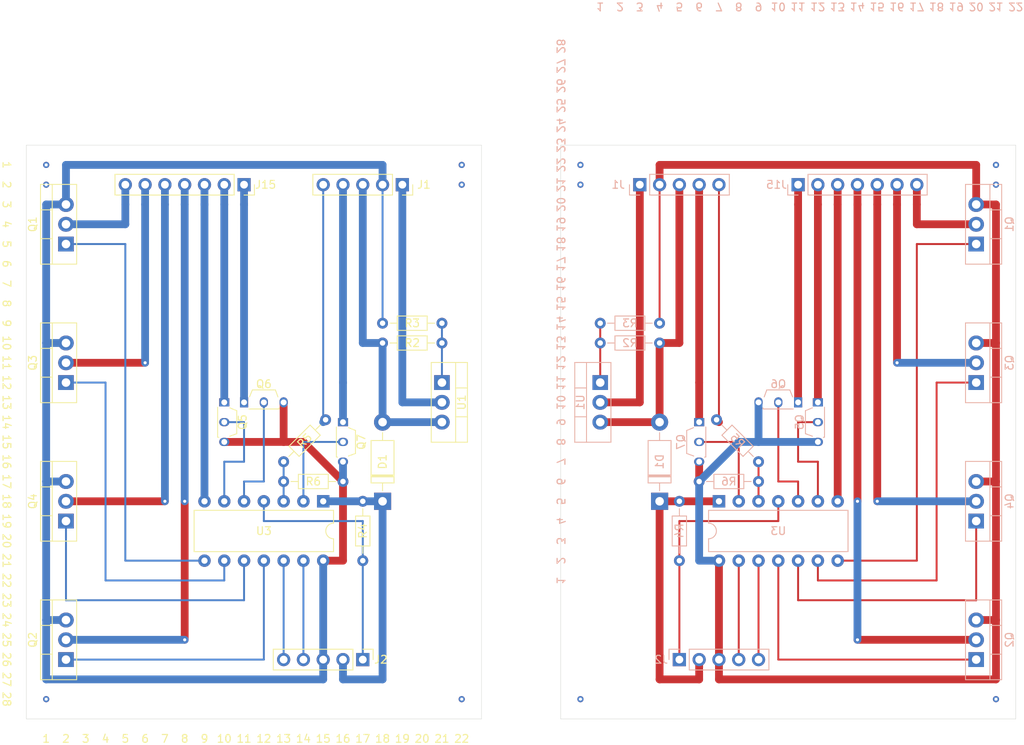
<source format=kicad_pcb>
(kicad_pcb (version 20240108) (generator "pcbnew") (generator_version "8.0")
  (layers (0 "F.Cu" signal) (31 "B.Cu" signal) (34 "B.Paste" user) (35 "F.Paste" user) (36 "B.SilkS" user "B.Silkscreen") (37 "F.SilkS" user "F.Silkscreen") (38 "B.Mask" user) (39 "F.Mask" user) (44 "Edge.Cuts" user))
  (net 0 "")
  (net 1 "/12V")
  (net 2 "/Flashers")
  (net 3 "/Control_A")
  (net 4 "/Control_C")
  (net 5 "/Control_B")
  (net 6 "/Control_D")
  (net 7 "/Common")
  (net 8 "/Sound")
  (net 9 "/Side_D")
  (net 10 "/Side_C")
  (net 11 "/Side_B")
  (net 12 "/Side_A")
  (net 13 "Net-(R2-Pad2)")
  (net 14 "/6.3V")
  (net 15 "/MCLR")
  (net 16 "/ICSPDAT")
  (net 17 "/ICSPCLK")
  (net 18 "/Vdd")
  (net 19 "/Aux_1")
  (net 20 "/Volume")
  (net 21 "/Eyes")
  (net 22 "/Control_F")
  (net 23 "/Control_E")
  (net 24 "/Control_G")
  (net 25 "/Control_V")
  (footprint "Connector_PinHeader_2.54mm:PinHeader_1x05_P2.54mm_Vertical" (layer "F.Cu") (at 60.96 83.82 -90)
    (property "Reference" "J2" (at 0 -2.33 180) (layer "F.SilkS"))
    (property "Value" "Program")
    (pad "1" thru_hole rect (at 0 0 270) (size 1.7 1.7) (drill 1) (layers "*.Cu" "*.Mask") (net 15 "/MCLR"))
    (pad "2" thru_hole oval (at 0 2.54 270) (size 1.7 1.7) (drill 1) (layers "*.Cu" "*.Mask") (net 18 "/Vdd"))
    (pad "3" thru_hole oval (at 0 5.08 270) (size 1.7 1.7) (drill 1) (layers "*.Cu" "*.Mask") (net 7 "/Common"))
    (pad "4" thru_hole oval (at 0 7.62 270) (size 1.7 1.7) (drill 1) (layers "*.Cu" "*.Mask") (net 16 "/ICSPDAT"))
    (pad "5" thru_hole oval (at 0 10.16 270) (size 1.7 1.7) (drill 1) (layers "*.Cu" "*.Mask") (net 17 "/ICSPCLK"))
  )
  (footprint "Package_TO_SOT_THT:TO-220-3_Vertical" (layer "F.Cu") (at 22.86 30.48 90)
    (property "Reference" "Q1" (at 2.54 -4.27 90) (layer "F.SilkS"))
    (property "Value" "FQP30N06L")
    (pad "1" thru_hole rect (at 0 0 90) (size 1.905 2) (drill 1.1) (layers "*.Cu" "*.Mask") (net 3 "/Control_A"))
    (pad "2" thru_hole oval (at 2.54 0 90) (size 1.905 2) (drill 1.1) (layers "*.Cu" "*.Mask") (net 12 "/Side_A"))
    (pad "3" thru_hole oval (at 5.08 0 90) (size 1.905 2) (drill 1.1) (layers "*.Cu" "*.Mask") (net 7 "/Common"))
  )
  (footprint "Package_TO_SOT_THT:TO-220-3_Vertical" (layer "F.Cu") (at 22.86 83.82 90)
    (property "Reference" "Q2" (at 2.54 -4.27 90) (layer "F.SilkS"))
    (property "Value" "FQP30N06L")
    (pad "1" thru_hole rect (at 0 0 90) (size 1.905 2) (drill 1.1) (layers "*.Cu" "*.Mask") (net 5 "/Control_B"))
    (pad "2" thru_hole oval (at 2.54 0 90) (size 1.905 2) (drill 1.1) (layers "*.Cu" "*.Mask") (net 11 "/Side_B"))
    (pad "3" thru_hole oval (at 5.08 0 90) (size 1.905 2) (drill 1.1) (layers "*.Cu" "*.Mask") (net 7 "/Common"))
  )
  (footprint "Package_TO_SOT_THT:TO-220-3_Vertical" (layer "F.Cu") (at 22.86 48.26 90)
    (property "Reference" "Q3" (at 2.54 -4.27 90) (layer "F.SilkS"))
    (property "Value" "FQP30N06L")
    (pad "1" thru_hole rect (at 0 0 90) (size 1.905 2) (drill 1.1) (layers "*.Cu" "*.Mask") (net 4 "/Control_C"))
    (pad "2" thru_hole oval (at 2.54 0 90) (size 1.905 2) (drill 1.1) (layers "*.Cu" "*.Mask") (net 10 "/Side_C"))
    (pad "3" thru_hole oval (at 5.08 0 90) (size 1.905 2) (drill 1.1) (layers "*.Cu" "*.Mask") (net 7 "/Common"))
  )
  (footprint "Package_TO_SOT_THT:TO-220-3_Vertical" (layer "F.Cu") (at 22.86 66.04 90)
    (property "Reference" "Q4" (at 2.54 -4.27 90) (layer "F.SilkS"))
    (property "Value" "FQP30N06L")
    (pad "1" thru_hole rect (at 0 0 90) (size 1.905 2) (drill 1.1) (layers "*.Cu" "*.Mask") (net 6 "/Control_D"))
    (pad "2" thru_hole oval (at 2.54 0 90) (size 1.905 2) (drill 1.1) (layers "*.Cu" "*.Mask") (net 9 "/Side_D"))
    (pad "3" thru_hole oval (at 5.08 0 90) (size 1.905 2) (drill 1.1) (layers "*.Cu" "*.Mask") (net 7 "/Common"))
  )
  (footprint "Package_TO_SOT_THT:TO-92S_Wide" (layer "F.Cu") (at 43.18 50.8 -90)
    (property "Reference" "Q5" (at 2.54 -2.35 90) (layer "F.SilkS"))
    (property "Value" "ZVN2110A")
    (pad "1" thru_hole rect (at 0 0 270) (size 1.05 1.3) (drill 0.75) (layers "*.Cu" "*.Mask") (net 2 "/Flashers"))
    (pad "2" thru_hole oval (at 2.54 0 270) (size 1.05 1.3) (drill 0.75) (layers "*.Cu" "*.Mask") (net 22 "/Control_F"))
    (pad "3" thru_hole oval (at 5.08 0 270) (size 1.05 1.3) (drill 0.75) (layers "*.Cu" "*.Mask") (net 7 "/Common"))
  )
  (footprint "Package_TO_SOT_THT:TO-92S_Wide" (layer "F.Cu") (at 45.72 50.8)
    (property "Reference" "Q6" (at 2.54 -2.35 0) (layer "F.SilkS"))
    (property "Value" "ZVN2110A")
    (pad "1" thru_hole rect (at 0 0) (size 1.05 1.3) (drill 0.75) (layers "*.Cu" "*.Mask") (net 19 "/Aux_1"))
    (pad "2" thru_hole oval (at 2.54 0) (size 1.05 1.3) (drill 0.75) (layers "*.Cu" "*.Mask") (net 24 "/Control_G"))
    (pad "3" thru_hole oval (at 5.08 0) (size 1.05 1.3) (drill 0.75) (layers "*.Cu" "*.Mask") (net 7 "/Common"))
  )
  (footprint "Package_TO_SOT_THT:TO-92S_Wide" (layer "F.Cu") (at 58.42 53.34 -90)
    (property "Reference" "Q7" (at 2.54 -2.35 90) (layer "F.SilkS"))
    (property "Value" "ZVN2110A")
    (pad "1" thru_hole rect (at 0 0 270) (size 1.05 1.3) (drill 0.75) (layers "*.Cu" "*.Mask") (net 21 "/Eyes"))
    (pad "2" thru_hole oval (at 2.54 0 270) (size 1.05 1.3) (drill 0.75) (layers "*.Cu" "*.Mask") (net 23 "/Control_E"))
    (pad "3" thru_hole oval (at 5.08 0 270) (size 1.05 1.3) (drill 0.75) (layers "*.Cu" "*.Mask") (net 7 "/Common"))
  )
  (footprint "Resistor_THT:R_Axial_DIN0204_L3.6mm_D1.6mm_P7.62mm_Horizontal" (layer "F.Cu") (at 60.96 63.5 -90)
    (property "Reference" "R4" (at 3.81 0 90) (layer "F.SilkS"))
    (property "Value" "10k")
    (pad "1" thru_hole circle (at 0 0 270) (size 1.4 1.4) (drill 0.7) (layers "*.Cu" "*.Mask") (net 18 "/Vdd"))
    (pad "2" thru_hole oval (at 7.62 0 270) (size 1.4 1.4) (drill 0.7) (layers "*.Cu" "*.Mask") (net 15 "/MCLR"))
  )
  (footprint "Package_DIP:DIP-14_W7.62mm" (layer "F.Cu") (at 55.88 63.5 -90)
    (property "Reference" "U3" (at 3.81 7.62 180) (layer "F.SilkS"))
    (property "Value" "PIC16F1705")
    (pad "1" thru_hole rect (at 0 0 270) (size 1.6 1.6) (drill 0.8) (layers "*.Cu" "*.Mask") (net 18 "/Vdd"))
    (pad "2" thru_hole oval (at 0 2.54 270) (size 1.6 1.6) (drill 0.8) (layers "*.Cu" "*.Mask") (net 23 "/Control_E"))
    (pad "3" thru_hole oval (at 0 5.08 270) (size 1.6 1.6) (drill 0.8) (layers "*.Cu" "*.Mask") (net 25 "/Control_V"))
    (pad "4" thru_hole oval (at 0 7.62 270) (size 1.6 1.6) (drill 0.8) (layers "*.Cu" "*.Mask") (net 15 "/MCLR"))
    (pad "5" thru_hole oval (at 0 10.16 270) (size 1.6 1.6) (drill 0.8) (layers "*.Cu" "*.Mask") (net 24 "/Control_G"))
    (pad "6" thru_hole oval (at 0 12.7 270) (size 1.6 1.6) (drill 0.8) (layers "*.Cu" "*.Mask") (net 22 "/Control_F"))
    (pad "7" thru_hole oval (at 0 15.24 270) (size 1.6 1.6) (drill 0.8) (layers "*.Cu" "*.Mask") (net 8 "/Sound"))
    (pad "8" thru_hole oval (at 7.62 15.24 270) (size 1.6 1.6) (drill 0.8) (layers "*.Cu" "*.Mask") (net 3 "/Control_A"))
    (pad "9" thru_hole oval (at 7.62 12.7 270) (size 1.6 1.6) (drill 0.8) (layers "*.Cu" "*.Mask") (net 4 "/Control_C"))
    (pad "10" thru_hole oval (at 7.62 10.16 270) (size 1.6 1.6) (drill 0.8) (layers "*.Cu" "*.Mask") (net 6 "/Control_D"))
    (pad "11" thru_hole oval (at 7.62 7.62 270) (size 1.6 1.6) (drill 0.8) (layers "*.Cu" "*.Mask") (net 5 "/Control_B"))
    (pad "12" thru_hole oval (at 7.62 5.08 270) (size 1.6 1.6) (drill 0.8) (layers "*.Cu" "*.Mask") (net 17 "/ICSPCLK"))
    (pad "13" thru_hole oval (at 7.62 2.54 270) (size 1.6 1.6) (drill 0.8) (layers "*.Cu" "*.Mask") (net 16 "/ICSPDAT"))
    (pad "14" thru_hole oval (at 7.62 0 270) (size 1.6 1.6) (drill 0.8) (layers "*.Cu" "*.Mask") (net 7 "/Common"))
  )
  (footprint "Diode_THT:D_DO-41_SOD81_P10.16mm_Horizontal" (layer "F.Cu") (at 63.5 63.5 90)
    (property "Reference" "D1" (at 5.08 0 90) (layer "F.SilkS"))
    (property "Value" "1N4007")
    (pad "1" thru_hole rect (at 0 0 90) (size 2.2 2.2) (drill 1.1) (layers "*.Cu" "*.Mask") (net 18 "/Vdd"))
    (pad "2" thru_hole oval (at 10.16 0 90) (size 2.2 2.2) (drill 1.1) (layers "*.Cu" "*.Mask") (net 14 "/6.3V"))
  )
  (footprint "Resistor_THT:R_Axial_DIN0204_L3.6mm_D1.6mm_P7.62mm_Horizontal" (layer "F.Cu") (at 71.12 40.64 180)
    (property "Reference" "R3" (at 3.81 0 0) (layer "F.SilkS"))
    (property "Value" "3.9k")
    (pad "1" thru_hole circle (at 0 0 180) (size 1.4 1.4) (drill 0.7) (layers "*.Cu" "*.Mask") (net 13 "Net-(R2-Pad2)"))
    (pad "2" thru_hole oval (at 7.62 0 180) (size 1.4 1.4) (drill 0.7) (layers "*.Cu" "*.Mask") (net 7 "/Common"))
  )
  (footprint "Package_TO_SOT_THT:TO-220-3_Vertical" (layer "F.Cu") (at 71.12 48.26 -90)
    (property "Reference" "U1" (at 2.54 -2.54 90) (layer "F.SilkS"))
    (property "Value" "LM338T/NOPB")
    (pad "1" thru_hole rect (at 0 0 270) (size 1.905 2) (drill 1.1) (layers "*.Cu" "*.Mask") (net 13 "Net-(R2-Pad2)"))
    (pad "2" thru_hole oval (at 2.54 0 270) (size 1.905 2) (drill 1.1) (layers "*.Cu" "*.Mask") (net 1 "/12V"))
    (pad "3" thru_hole oval (at 5.08 0 270) (size 1.905 2) (drill 1.1) (layers "*.Cu" "*.Mask") (net 14 "/6.3V"))
  )
  (footprint "Resistor_THT:R_Axial_DIN0204_L3.6mm_D1.6mm_P7.62mm_Horizontal" (layer "F.Cu") (at 58.42 60.96 180)
    (property "Reference" "R6" (at 3.81 0 0) (layer "F.SilkS"))
    (property "Value" "10k")
    (pad "1" thru_hole circle (at 0 0 180) (size 1.4 1.4) (drill 0.7) (layers "*.Cu" "*.Mask") (net 7 "/Common"))
    (pad "2" thru_hole oval (at 7.62 0 180) (size 1.4 1.4) (drill 0.7) (layers "*.Cu" "*.Mask") (net 25 "/Control_V"))
  )
  (footprint "Resistor_THT:R_Axial_DIN0204_L3.6mm_D1.6mm_P7.62mm_Horizontal" (layer "F.Cu") (at 63.5 43.18)
    (property "Reference" "R2" (at 3.81 0 0) (layer "F.SilkS"))
    (property "Value" "1k")
    (pad "1" thru_hole circle (at 0 0) (size 1.4 1.4) (drill 0.7) (layers "*.Cu" "*.Mask") (net 14 "/6.3V"))
    (pad "2" thru_hole oval (at 7.62 0) (size 1.4 1.4) (drill 0.7) (layers "*.Cu" "*.Mask") (net 13 "Net-(R2-Pad2)"))
  )
  (footprint "Resistor_THT:R_Axial_DIN0204_L3.6mm_D1.6mm_P7.62mm_Horizontal" (layer "F.Cu") (at 50.8 58.42 45)
    (property "Reference" "R5" (at 3.81 0 45) (layer "F.SilkS"))
    (property "Value" "2k")
    (pad "1" thru_hole circle (at 0 0 45) (size 1.4 1.4) (drill 0.7) (layers "*.Cu" "*.Mask") (net 25 "/Control_V"))
    (pad "2" thru_hole oval (at 7.62 0 45) (size 1.4 1.4) (drill 0.7) (layers "*.Cu" "*.Mask") (net 20 "/Volume"))
  )
  (footprint "Connector_PinSocket_2.54mm:PinSocket_1x05_P2.54mm_Vertical" (layer "F.Cu") (at 66.04 22.86 -90)
    (property "Reference" "J1" (at 0 -2.77 180) (layer "F.SilkS"))
    (property "Value" "Control Board")
    (pad "1" thru_hole rect (at 0 0 270) (size 1.7 1.7) (drill 1) (layers "*.Cu" "*.Mask") (net 1 "/12V"))
    (pad "2" thru_hole oval (at 0 2.54 270) (size 1.7 1.7) (drill 1) (layers "*.Cu" "*.Mask") (net 7 "/Common"))
    (pad "3" thru_hole oval (at 0 5.08 270) (size 1.7 1.7) (drill 1) (layers "*.Cu" "*.Mask") (net 14 "/6.3V"))
    (pad "4" thru_hole oval (at 0 7.62 270) (size 1.7 1.7) (drill 1) (layers "*.Cu" "*.Mask") (net 21 "/Eyes"))
    (pad "5" thru_hole oval (at 0 10.16 270) (size 1.7 1.7) (drill 1) (layers "*.Cu" "*.Mask") (net 20 "/Volume"))
  )
  (footprint "Connector_PinSocket_2.54mm:PinSocket_1x07_P2.54mm_Vertical" (layer "F.Cu") (at 45.72 22.86 -90)
    (property "Reference" "J15" (at 0 -2.77 180) (layer "F.SilkS"))
    (property "Value" "Control Board")
    (pad "1" thru_hole rect (at 0 0 270) (size 1.7 1.7) (drill 1) (layers "*.Cu" "*.Mask") (net 19 "/Aux_1"))
    (pad "2" thru_hole oval (at 0 2.54 270) (size 1.7 1.7) (drill 1) (layers "*.Cu" "*.Mask") (net 2 "/Flashers"))
    (pad "3" thru_hole oval (at 0 5.08 270) (size 1.7 1.7) (drill 1) (layers "*.Cu" "*.Mask") (net 8 "/Sound"))
    (pad "4" thru_hole oval (at 0 7.62 270) (size 1.7 1.7) (drill 1) (layers "*.Cu" "*.Mask") (net 11 "/Side_B"))
    (pad "5" thru_hole oval (at 0 10.16 270) (size 1.7 1.7) (drill 1) (layers "*.Cu" "*.Mask") (net 9 "/Side_D"))
    (pad "6" thru_hole oval (at 0 12.7 270) (size 1.7 1.7) (drill 1) (layers "*.Cu" "*.Mask") (net 10 "/Side_C"))
    (pad "7" thru_hole oval (at 0 15.24 270) (size 1.7 1.7) (drill 1) (layers "*.Cu" "*.Mask") (net 12 "/Side_A"))
  )
  (footprint "Package_TO_SOT_THT:TO-220-3_Vertical" (layer "B.Cu") (at 139.7 30.48 90)
    (property "Reference" "Q1" (at 2.54 4.27 -90) (layer "B.SilkS") (effects (justify mirror)))
    (property "Value" "FQP30N06L")
    (pad "1" thru_hole rect (at 0 0 90) (size 1.905 2) (drill 1.1) (layers "*.Cu" "*.Mask"))
    (pad "2" thru_hole oval (at 2.54 0 90) (size 1.905 2) (drill 1.1) (layers "*.Cu" "*.Mask"))
    (pad "3" thru_hole oval (at 5.08 0 90) (size 1.905 2) (drill 1.1) (layers "*.Cu" "*.Mask"))
  )
  (footprint "Diode_THT:D_DO-41_SOD81_P10.16mm_Horizontal" (layer "B.Cu") (at 99.06 63.5 90)
    (property "Reference" "D1" (at 5.08 0 -90) (layer "B.SilkS") (effects (justify mirror)))
    (property "Value" "1N4007")
    (pad "1" thru_hole rect (at 0 0 90) (size 2.2 2.2) (drill 1.1) (layers "*.Cu" "*.Mask"))
    (pad "2" thru_hole oval (at 10.16 0 90) (size 2.2 2.2) (drill 1.1) (layers "*.Cu" "*.Mask"))
  )
  (footprint "Package_TO_SOT_THT:TO-220-3_Vertical" (layer "B.Cu") (at 139.7 83.82 90)
    (property "Reference" "Q2" (at 2.54 4.27 -90) (layer "B.SilkS") (effects (justify mirror)))
    (property "Value" "FQP30N06L")
    (pad "1" thru_hole rect (at 0 0 90) (size 1.905 2) (drill 1.1) (layers "*.Cu" "*.Mask"))
    (pad "2" thru_hole oval (at 2.54 0 90) (size 1.905 2) (drill 1.1) (layers "*.Cu" "*.Mask"))
    (pad "3" thru_hole oval (at 5.08 0 90) (size 1.905 2) (drill 1.1) (layers "*.Cu" "*.Mask"))
  )
  (footprint "Connector_PinHeader_2.54mm:PinHeader_1x05_P2.54mm_Vertical" (layer "B.Cu") (at 101.6 83.82 -90)
    (property "Reference" "J2" (at 0 2.33 180) (layer "B.SilkS") (effects (justify mirror)))
    (property "Value" "Program")
    (pad "1" thru_hole rect (at 0 0 270) (size 1.7 1.7) (drill 1) (layers "*.Cu" "*.Mask"))
    (pad "2" thru_hole oval (at 0 -2.54 270) (size 1.7 1.7) (drill 1) (layers "*.Cu" "*.Mask"))
    (pad "3" thru_hole oval (at 0 -5.08 270) (size 1.7 1.7) (drill 1) (layers "*.Cu" "*.Mask"))
    (pad "4" thru_hole oval (at 0 -7.62 270) (size 1.7 1.7) (drill 1) (layers "*.Cu" "*.Mask"))
    (pad "5" thru_hole oval (at 0 -10.16 270) (size 1.7 1.7) (drill 1) (layers "*.Cu" "*.Mask"))
  )
  (footprint "Resistor_THT:R_Axial_DIN0204_L3.6mm_D1.6mm_P7.62mm_Horizontal" (layer "B.Cu") (at 91.44 40.64)
    (property "Reference" "R3" (at 3.81 0 0) (layer "B.SilkS") (effects (justify mirror)))
    (property "Value" "3.9k")
    (pad "1" thru_hole circle (at 0 0) (size 1.4 1.4) (drill 0.7) (layers "*.Cu" "*.Mask"))
    (pad "2" thru_hole oval (at 7.62 0) (size 1.4 1.4) (drill 0.7) (layers "*.Cu" "*.Mask"))
  )
  (footprint "Resistor_THT:R_Axial_DIN0204_L3.6mm_D1.6mm_P7.62mm_Horizontal" (layer "B.Cu") (at 104.14 60.96)
    (property "Reference" "R6" (at 3.81 0 0) (layer "B.SilkS") (effects (justify mirror)))
    (property "Value" "10k")
    (pad "1" thru_hole circle (at 0 0) (size 1.4 1.4) (drill 0.7) (layers "*.Cu" "*.Mask"))
    (pad "2" thru_hole oval (at 7.62 0) (size 1.4 1.4) (drill 0.7) (layers "*.Cu" "*.Mask"))
  )
  (footprint "Package_TO_SOT_THT:TO-220-3_Vertical" (layer "B.Cu") (at 139.7 66.04 90)
    (property "Reference" "Q4" (at 2.54 4.27 -90) (layer "B.SilkS") (effects (justify mirror)))
    (property "Value" "FQP30N06L")
    (pad "1" thru_hole rect (at 0 0 90) (size 1.905 2) (drill 1.1) (layers "*.Cu" "*.Mask"))
    (pad "2" thru_hole oval (at 2.54 0 90) (size 1.905 2) (drill 1.1) (layers "*.Cu" "*.Mask"))
    (pad "3" thru_hole oval (at 5.08 0 90) (size 1.905 2) (drill 1.1) (layers "*.Cu" "*.Mask"))
  )
  (footprint "Package_TO_SOT_THT:TO-220-3_Vertical" (layer "B.Cu") (at 139.7 48.26 90)
    (property "Reference" "Q3" (at 2.54 4.27 -90) (layer "B.SilkS") (effects (justify mirror)))
    (property "Value" "FQP30N06L")
    (pad "1" thru_hole rect (at 0 0 90) (size 1.905 2) (drill 1.1) (layers "*.Cu" "*.Mask"))
    (pad "2" thru_hole oval (at 2.54 0 90) (size 1.905 2) (drill 1.1) (layers "*.Cu" "*.Mask"))
    (pad "3" thru_hole oval (at 5.08 0 90) (size 1.905 2) (drill 1.1) (layers "*.Cu" "*.Mask"))
  )
  (footprint "Connector_PinSocket_2.54mm:PinSocket_1x07_P2.54mm_Vertical" (layer "B.Cu") (at 116.84 22.86 -90)
    (property "Reference" "J15" (at 0 2.77 180) (layer "B.SilkS") (effects (justify mirror)))
    (property "Value" "Control Board")
    (pad "1" thru_hole rect (at 0 0 270) (size 1.7 1.7) (drill 1) (layers "*.Cu" "*.Mask"))
    (pad "2" thru_hole oval (at 0 -2.54 270) (size 1.7 1.7) (drill 1) (layers "*.Cu" "*.Mask"))
    (pad "3" thru_hole oval (at 0 -5.08 270) (size 1.7 1.7) (drill 1) (layers "*.Cu" "*.Mask"))
    (pad "4" thru_hole oval (at 0 -7.62 270) (size 1.7 1.7) (drill 1) (layers "*.Cu" "*.Mask"))
    (pad "5" thru_hole oval (at 0 -10.16 270) (size 1.7 1.7) (drill 1) (layers "*.Cu" "*.Mask"))
    (pad "6" thru_hole oval (at 0 -12.7 270) (size 1.7 1.7) (drill 1) (layers "*.Cu" "*.Mask"))
    (pad "7" thru_hole oval (at 0 -15.24 270) (size 1.7 1.7) (drill 1) (layers "*.Cu" "*.Mask"))
  )
  (footprint "Connector_PinSocket_2.54mm:PinSocket_1x05_P2.54mm_Vertical" (layer "B.Cu") (at 96.52 22.86 -90)
    (property "Reference" "J1" (at 0 2.77 180) (layer "B.SilkS") (effects (justify mirror)))
    (property "Value" "Control Board")
    (pad "1" thru_hole rect (at 0 0 270) (size 1.7 1.7) (drill 1) (layers "*.Cu" "*.Mask"))
    (pad "2" thru_hole oval (at 0 -2.54 270) (size 1.7 1.7) (drill 1) (layers "*.Cu" "*.Mask"))
    (pad "3" thru_hole oval (at 0 -5.08 270) (size 1.7 1.7) (drill 1) (layers "*.Cu" "*.Mask"))
    (pad "4" thru_hole oval (at 0 -7.62 270) (size 1.7 1.7) (drill 1) (layers "*.Cu" "*.Mask"))
    (pad "5" thru_hole oval (at 0 -10.16 270) (size 1.7 1.7) (drill 1) (layers "*.Cu" "*.Mask"))
  )
  (footprint "Package_TO_SOT_THT:TO-220-3_Vertical" (layer "B.Cu") (at 91.44 48.26 -90)
    (property "Reference" "U1" (at 2.54 2.54 -90) (layer "B.SilkS") (effects (justify mirror)))
    (property "Value" "LM338T/NOPB")
    (pad "1" thru_hole rect (at 0 0 270) (size 1.905 2) (drill 1.1) (layers "*.Cu" "*.Mask"))
    (pad "2" thru_hole oval (at 2.54 0 270) (size 1.905 2) (drill 1.1) (layers "*.Cu" "*.Mask"))
    (pad "3" thru_hole oval (at 5.08 0 270) (size 1.905 2) (drill 1.1) (layers "*.Cu" "*.Mask"))
  )
  (footprint "Resistor_THT:R_Axial_DIN0204_L3.6mm_D1.6mm_P7.62mm_Horizontal" (layer "B.Cu") (at 101.6 63.5 -90)
    (property "Reference" "R4" (at 3.81 0 -90) (layer "B.SilkS") (effects (justify mirror)))
    (property "Value" "10k")
    (pad "1" thru_hole circle (at 0 0 270) (size 1.4 1.4) (drill 0.7) (layers "*.Cu" "*.Mask"))
    (pad "2" thru_hole oval (at 7.62 0 270) (size 1.4 1.4) (drill 0.7) (layers "*.Cu" "*.Mask"))
  )
  (footprint "Resistor_THT:R_Axial_DIN0204_L3.6mm_D1.6mm_P7.62mm_Horizontal" (layer "B.Cu") (at 111.76 58.42 135)
    (property "Reference" "R5" (at 3.81 0 -45) (layer "B.SilkS") (effects (justify mirror)))
    (property "Value" "2k")
    (pad "1" thru_hole circle (at 0 0 135) (size 1.4 1.4) (drill 0.7) (layers "*.Cu" "*.Mask"))
    (pad "2" thru_hole oval (at 7.62 0 135) (size 1.4 1.4) (drill 0.7) (layers "*.Cu" "*.Mask"))
  )
  (footprint "Package_DIP:DIP-14_W7.62mm" (layer "B.Cu") (at 106.68 63.5 -90)
    (property "Reference" "U3" (at 3.81 -7.62 180) (layer "B.SilkS") (effects (justify mirror)))
    (property "Value" "PIC16F1705")
    (pad "1" thru_hole rect (at 0 0 270) (size 1.6 1.6) (drill 0.8) (layers "*.Cu" "*.Mask"))
    (pad "2" thru_hole oval (at 0 -2.54 270) (size 1.6 1.6) (drill 0.8) (layers "*.Cu" "*.Mask"))
    (pad "3" thru_hole oval (at 0 -5.08 270) (size 1.6 1.6) (drill 0.8) (layers "*.Cu" "*.Mask"))
    (pad "4" thru_hole oval (at 0 -7.62 270) (size 1.6 1.6) (drill 0.8) (layers "*.Cu" "*.Mask"))
    (pad "5" thru_hole oval (at 0 -10.16 270) (size 1.6 1.6) (drill 0.8) (layers "*.Cu" "*.Mask"))
    (pad "6" thru_hole oval (at 0 -12.7 270) (size 1.6 1.6) (drill 0.8) (layers "*.Cu" "*.Mask"))
    (pad "7" thru_hole oval (at 0 -15.24 270) (size 1.6 1.6) (drill 0.8) (layers "*.Cu" "*.Mask"))
    (pad "8" thru_hole oval (at 7.62 -15.24 270) (size 1.6 1.6) (drill 0.8) (layers "*.Cu" "*.Mask"))
    (pad "9" thru_hole oval (at 7.62 -12.7 270) (size 1.6 1.6) (drill 0.8) (layers "*.Cu" "*.Mask"))
    (pad "10" thru_hole oval (at 7.62 -10.16 270) (size 1.6 1.6) (drill 0.8) (layers "*.Cu" "*.Mask"))
    (pad "11" thru_hole oval (at 7.62 -7.62 270) (size 1.6 1.6) (drill 0.8) (layers "*.Cu" "*.Mask"))
    (pad "12" thru_hole oval (at 7.62 -5.08 270) (size 1.6 1.6) (drill 0.8) (layers "*.Cu" "*.Mask"))
    (pad "13" thru_hole oval (at 7.62 -2.54 270) (size 1.6 1.6) (drill 0.8) (layers "*.Cu" "*.Mask"))
    (pad "14" thru_hole oval (at 7.62 0 270) (size 1.6 1.6) (drill 0.8) (layers "*.Cu" "*.Mask"))
  )
  (footprint "Resistor_THT:R_Axial_DIN0204_L3.6mm_D1.6mm_P7.62mm_Horizontal" (layer "B.Cu") (at 99.06 43.18 180)
    (property "Reference" "R2" (at 3.81 0 0) (layer "B.SilkS") (effects (justify mirror)))
    (property "Value" "1k")
    (pad "1" thru_hole circle (at 0 0 180) (size 1.4 1.4) (drill 0.7) (layers "*.Cu" "*.Mask"))
    (pad "2" thru_hole oval (at 7.62 0 180) (size 1.4 1.4) (drill 0.7) (layers "*.Cu" "*.Mask"))
  )
  (footprint "Package_TO_SOT_THT:TO-92S_Wide" (layer "B.Cu") (at 104.14 53.34 -90)
    (property "Reference" "Q7" (at 2.54 2.35 -90) (layer "B.SilkS") (effects (justify mirror)))
    (property "Value" "ZVN2110A")
    (pad "1" thru_hole rect (at 0 0 270) (size 1.05 1.3) (drill 0.75) (layers "*.Cu" "*.Mask"))
    (pad "2" thru_hole oval (at 2.54 0 270) (size 1.05 1.3) (drill 0.75) (layers "*.Cu" "*.Mask"))
    (pad "3" thru_hole oval (at 5.08 0 270) (size 1.05 1.3) (drill 0.75) (layers "*.Cu" "*.Mask"))
  )
  (footprint "Package_TO_SOT_THT:TO-92S_Wide" (layer "B.Cu") (at 116.84 50.8 180)
    (property "Reference" "Q6" (at 2.54 2.35 0) (layer "B.SilkS") (effects (justify mirror)))
    (property "Value" "ZVN2110A")
    (pad "1" thru_hole rect (at 0 0 180) (size 1.05 1.3) (drill 0.75) (layers "*.Cu" "*.Mask"))
    (pad "2" thru_hole oval (at 2.54 0 180) (size 1.05 1.3) (drill 0.75) (layers "*.Cu" "*.Mask"))
    (pad "3" thru_hole oval (at 5.08 0 180) (size 1.05 1.3) (drill 0.75) (layers "*.Cu" "*.Mask"))
  )
  (footprint "Package_TO_SOT_THT:TO-92S_Wide" (layer "B.Cu") (at 119.38 50.8 -90)
    (property "Reference" "Q5" (at 2.54 2.35 -90) (layer "B.SilkS") (effects (justify mirror)))
    (property "Value" "ZVN2110A")
    (pad "1" thru_hole rect (at 0 0 270) (size 1.05 1.3) (drill 0.75) (layers "*.Cu" "*.Mask"))
    (pad "2" thru_hole oval (at 2.54 0 270) (size 1.05 1.3) (drill 0.75) (layers "*.Cu" "*.Mask"))
    (pad "3" thru_hole oval (at 5.08 0 270) (size 1.05 1.3) (drill 0.75) (layers "*.Cu" "*.Mask"))
  )
  (gr_line (start 17.78 91.44) (end 17.78 17.78) (stroke (width 0.05)) (layer "Edge.Cuts"))
  (gr_line (start 86.36 17.78) (end 86.36 91.44) (stroke (width 0.05)) (layer "Edge.Cuts"))
  (gr_line (start 144.78 17.78) (end 86.36 17.78) (stroke (width 0.05)) (layer "Edge.Cuts"))
  (gr_line (start 86.36 91.44) (end 144.78 91.44) (stroke (width 0.05)) (layer "Edge.Cuts"))
  (gr_line (start 144.78 91.44) (end 144.78 17.78) (stroke (width 0.05)) (layer "Edge.Cuts"))
  (gr_line (start 76.2 91.44) (end 17.78 91.44) (stroke (width 0.05)) (layer "Edge.Cuts"))
  (gr_line (start 17.78 17.78) (end 76.2 17.78) (stroke (width 0.05)) (layer "Edge.Cuts"))
  (gr_line (start 76.2 17.78) (end 76.2 91.44) (stroke (width 0.05)) (layer "Edge.Cuts"))
  (gr_text "2" (at 93.98 0 180) (layer "B.SilkS") (effects (font (size 1 1)) (justify mirror)))
  (gr_text "28" (at 86.36 5.08 270) (layer "B.SilkS") (effects (font (size 1 1)) (justify mirror)))
  (gr_text "6" (at 86.36 60.96 270) (layer "B.SilkS") (effects (font (size 1 1)) (justify mirror)))
  (gr_text "11" (at 86.36 48.26 270) (layer "B.SilkS") (effects (font (size 1 1)) (justify mirror)))
  (gr_text "15" (at 86.36 38.1 270) (layer "B.SilkS") (effects (font (size 1 1)) (justify mirror)))
  (gr_text "10" (at 86.36 50.8 270) (layer "B.SilkS") (effects (font (size 1 1)) (justify mirror)))
  (gr_text "8" (at 86.36 55.88 270) (layer "B.SilkS") (effects (font (size 1 1)) (justify mirror)))
  (gr_text "25" (at 86.36 12.7 270) (layer "B.SilkS") (effects (font (size 1 1)) (justify mirror)))
  (gr_text "5" (at 86.36 63.5 270) (layer "B.SilkS") (effects (font (size 1 1)) (justify mirror)))
  (gr_text "3" (at 86.36 68.58 270) (layer "B.SilkS") (effects (font (size 1 1)) (justify mirror)))
  (gr_text "13" (at 121.92 0 180) (layer "B.SilkS") (effects (font (size 1 1)) (justify mirror)))
  (gr_text "17" (at 86.36 33.02 270) (layer "B.SilkS") (effects (font (size 1 1)) (justify mirror)))
  (gr_text "9" (at 86.36 53.34 270) (layer "B.SilkS") (effects (font (size 1 1)) (justify mirror)))
  (gr_text "5" (at 101.6 0 180) (layer "B.SilkS") (effects (font (size 1 1)) (justify mirror)))
  (gr_text "22" (at 86.36 20.32 270) (layer "B.SilkS") (effects (font (size 1 1)) (justify mirror)))
  (gr_text "10" (at 114.3 0 180) (layer "B.SilkS") (effects (font (size 1 1)) (justify mirror)))
  (gr_text "19" (at 86.36 27.94 270) (layer "B.SilkS") (effects (font (size 1 1)) (justify mirror)))
  (gr_text "4" (at 86.36 66.04 270) (layer "B.SilkS") (effects (font (size 1 1)) (justify mirror)))
  (gr_text "15" (at 127 0 180) (layer "B.SilkS") (effects (font (size 1 1)) (justify mirror)))
  (gr_text "14" (at 86.36 40.64 270) (layer "B.SilkS") (effects (font (size 1 1)) (justify mirror)))
  (gr_text "12" (at 86.36 45.72 270) (layer "B.SilkS") (effects (font (size 1 1)) (justify mirror)))
  (gr_text "1" (at 86.36 73.66 270) (layer "B.SilkS") (effects (font (size 1 1)) (justify mirror)))
  (gr_text "2" (at 86.36 71.12 270) (layer "B.SilkS") (effects (font (size 1 1)) (justify mirror)))
  (gr_text "9" (at 111.76 0 180) (layer "B.SilkS") (effects (font (size 1 1)) (justify mirror)))
  (gr_text "23" (at 86.36 17.78 270) (layer "B.SilkS") (effects (font (size 1 1)) (justify mirror)))
  (gr_text "16" (at 129.54 0 180) (layer "B.SilkS") (effects (font (size 1 1)) (justify mirror)))
  (gr_text "1" (at 91.44 0 180) (layer "B.SilkS") (effects (font (size 1 1)) (justify mirror)))
  (gr_text "14" (at 124.46 0 180) (layer "B.SilkS") (effects (font (size 1 1)) (justify mirror)))
  (gr_text "6" (at 104.14 0 180) (layer "B.SilkS") (effects (font (size 1 1)) (justify mirror)))
  (gr_text "7" (at 86.36 58.42 270) (layer "B.SilkS") (effects (font (size 1 1)) (justify mirror)))
  (gr_text "20" (at 86.36 25.4 270) (layer "B.SilkS") (effects (font (size 1 1)) (justify mirror)))
  (gr_text "18" (at 86.36 30.48 270) (layer "B.SilkS") (effects (font (size 1 1)) (justify mirror)))
  (gr_text "12" (at 119.38 0 180) (layer "B.SilkS") (effects (font (size 1 1)) (justify mirror)))
  (gr_text "13" (at 86.36 43.18 270) (layer "B.SilkS") (effects (font (size 1 1)) (justify mirror)))
  (gr_text "27" (at 86.36 7.62 270) (layer "B.SilkS") (effects (font (size 1 1)) (justify mirror)))
  (gr_text "7" (at 106.68 0 180) (layer "B.SilkS") (effects (font (size 1 1)) (justify mirror)))
  (gr_text "21" (at 142.24 0 180) (layer "B.SilkS") (effects (font (size 1 1)) (justify mirror)))
  (gr_text "11" (at 116.84 0 180) (layer "B.SilkS") (effects (font (size 1 1)) (justify mirror)))
  (gr_text "24" (at 86.36 15.24 270) (layer "B.SilkS") (effects (font (size 1 1)) (justify mirror)))
  (gr_text "17" (at 132.08 0 180) (layer "B.SilkS") (effects (font (size 1 1)) (justify mirror)))
  (gr_text "26" (at 86.36 10.16 270) (layer "B.SilkS") (effects (font (size 1 1)) (justify mirror)))
  (gr_text "3" (at 96.52 0 180) (layer "B.SilkS") (effects (font (size 1 1)) (justify mirror)))
  (gr_text "21" (at 86.36 22.86 270) (layer "B.SilkS") (effects (font (size 1 1)) (justify mirror)))
  (gr_text "16" (at 86.36 35.56 270) (layer "B.SilkS") (effects (font (size 1 1)) (justify mirror)))
  (gr_text "4" (at 99.06 0 180) (layer "B.SilkS") (effects (font (size 1 1)) (justify mirror)))
  (gr_text "8" (at 109.22 0 180) (layer "B.SilkS") (effects (font (size 1 1)) (justify mirror)))
  (gr_text "18" (at 134.62 0 180) (layer "B.SilkS") (effects (font (size 1 1)) (justify mirror)))
  (gr_text "22" (at 144.78 0 180) (layer "B.SilkS") (effects (font (size 1 1)) (justify mirror)))
  (gr_text "19" (at 137.16 0 180) (layer "B.SilkS") (effects (font (size 1 1)) (justify mirror)))
  (gr_text "20" (at 139.7 0 180) (layer "B.SilkS") (effects (font (size 1 1)) (justify mirror)))
  (gr_text "5" (at 15.24 30.48 270) (layer "F.SilkS") (effects (font (size 1 1))))
  (gr_text "15" (at 15.24 55.88 270) (layer "F.SilkS") (effects (font (size 1 1))))
  (gr_text "10" (at 15.24 43.18 270) (layer "F.SilkS") (effects (font (size 1 1))))
  (gr_text "9" (at 15.24 40.64 270) (layer "F.SilkS") (effects (font (size 1 1))))
  (gr_text "17" (at 15.24 60.96 270) (layer "F.SilkS") (effects (font (size 1 1))))
  (gr_text "7" (at 15.24 35.56 270) (layer "F.SilkS") (effects (font (size 1 1))))
  (gr_text "11" (at 15.24 45.72 270) (layer "F.SilkS") (effects (font (size 1 1))))
  (gr_text "1" (at 15.24 20.32 270) (layer "F.SilkS") (effects (font (size 1 1))))
  (gr_text "6" (at 15.24 33.02 270) (layer "F.SilkS") (effects (font (size 1 1))))
  (gr_text "12" (at 15.24 48.26 270) (layer "F.SilkS") (effects (font (size 1 1))))
  (gr_text "16" (at 15.24 58.42 270) (layer "F.SilkS") (effects (font (size 1 1))))
  (gr_text "8" (at 15.24 38.1 270) (layer "F.SilkS") (effects (font (size 1 1))))
  (gr_text "13" (at 15.24 50.8 270) (layer "F.SilkS") (effects (font (size 1 1))))
  (gr_text "14" (at 15.24 53.34 270) (layer "F.SilkS") (effects (font (size 1 1))))
  (gr_text "2" (at 15.24 22.86 270) (layer "F.SilkS") (effects (font (size 1 1))))
  (gr_text "4" (at 15.24 27.94 270) (layer "F.SilkS") (effects (font (size 1 1))))
  (gr_text "3" (at 15.24 25.4 270) (layer "F.SilkS") (effects (font (size 1 1))))
  (gr_text "28" (at 15.24 88.9 270) (layer "F.SilkS") (effects (font (size 1 1))))
  (gr_text "27" (at 15.24 86.36 270) (layer "F.SilkS") (effects (font (size 1 1))))
  (gr_text "21" (at 15.24 71.12 270) (layer "F.SilkS") (effects (font (size 1 1))))
  (gr_text "20" (at 15.24 68.58 270) (layer "F.SilkS") (effects (font (size 1 1))))
  (gr_text "23" (at 15.24 76.2 270) (layer "F.SilkS") (effects (font (size 1 1))))
  (gr_text "19" (at 15.24 66.04 270) (layer "F.SilkS") (effects (font (size 1 1))))
  (gr_text "26" (at 15.24 83.82 270) (layer "F.SilkS") (effects (font (size 1 1))))
  (gr_text "18" (at 15.24 63.5 270) (layer "F.SilkS") (effects (font (size 1 1))))
  (gr_text "22" (at 15.24 73.66 270) (layer "F.SilkS") (effects (font (size 1 1))))
  (gr_text "25" (at 15.24 81.28 270) (layer "F.SilkS") (effects (font (size 1 1))))
  (gr_text "24" (at 15.24 78.74 270) (layer "F.SilkS") (effects (font (size 1 1))))
  (gr_text "5" (at 30.48 93.98 0) (layer "F.SilkS") (effects (font (size 1 1))))
  (gr_text "15" (at 55.88 93.98 0) (layer "F.SilkS") (effects (font (size 1 1))))
  (gr_text "10" (at 43.18 93.98 0) (layer "F.SilkS") (effects (font (size 1 1))))
  (gr_text "9" (at 40.64 93.98 0) (layer "F.SilkS") (effects (font (size 1 1))))
  (gr_text "17" (at 60.96 93.98 0) (layer "F.SilkS") (effects (font (size 1 1))))
  (gr_text "7" (at 35.56 93.98 0) (layer "F.SilkS") (effects (font (size 1 1))))
  (gr_text "11" (at 45.72 93.98 0) (layer "F.SilkS") (effects (font (size 1 1))))
  (gr_text "1" (at 20.32 93.98 0) (layer "F.SilkS") (effects (font (size 1 1))))
  (gr_text "6" (at 33.02 93.98 0) (layer "F.SilkS") (effects (font (size 1 1))))
  (gr_text "12" (at 48.26 93.98 0) (layer "F.SilkS") (effects (font (size 1 1))))
  (gr_text "16" (at 58.42 93.98 0) (layer "F.SilkS") (effects (font (size 1 1))))
  (gr_text "8" (at 38.1 93.98 0) (layer "F.SilkS") (effects (font (size 1 1))))
  (gr_text "13" (at 50.8 93.98 0) (layer "F.SilkS") (effects (font (size 1 1))))
  (gr_text "14" (at 53.34 93.98 0) (layer "F.SilkS") (effects (font (size 1 1))))
  (gr_text "2" (at 22.86 93.98 0) (layer "F.SilkS") (effects (font (size 1 1))))
  (gr_text "4" (at 27.94 93.98 0) (layer "F.SilkS") (effects (font (size 1 1))))
  (gr_text "3" (at 25.4 93.98 0) (layer "F.SilkS") (effects (font (size 1 1))))
  (gr_text "21" (at 71.12 93.98 0) (layer "F.SilkS") (effects (font (size 1 1))))
  (gr_text "20" (at 68.58 93.98 0) (layer "F.SilkS") (effects (font (size 1 1))))
  (gr_text "19" (at 66.04 93.98 0) (layer "F.SilkS") (effects (font (size 1 1))))
  (gr_text "18" (at 63.5 93.98 0) (layer "F.SilkS") (effects (font (size 1 1))))
  (gr_text "22" (at 73.66 93.98 0) (layer "F.SilkS") (effects (font (size 1 1))))
  (segment (start 119.38 25.4) (end 119.38 22.86) (width 1) (layer "F.Cu") (net 0))
  (segment (start 132.08 71.12) (end 132.08 30.48) (width 0.25) (layer "F.Cu") (net 0))
  (segment (start 119.38 71.12) (end 119.38 73.66) (width 0.25) (layer "F.Cu") (net 0))
  (segment (start 119.38 73.66) (end 134.62 73.66) (width 0.25) (layer "F.Cu") (net 0))
  (segment (start 134.62 73.66) (end 134.62 48.26) (width 0.25) (layer "F.Cu") (net 0))
  (segment (start 134.62 48.26) (end 139.7 48.26) (width 0.25) (layer "F.Cu") (net 0))
  (segment (start 114.3 83.82) (end 114.3 71.12) (width 0.25) (layer "F.Cu") (net 0))
  (segment (start 139.7 66.04) (end 139.7 76.2) (width 0.25) (layer "F.Cu") (net 0))
  (segment (start 139.7 76.2) (end 116.84 76.2) (width 0.25) (layer "F.Cu") (net 0))
  (segment (start 139.7 83.82) (end 114.3 83.82) (width 0.25) (layer "F.Cu") (net 0))
  (segment (start 116.84 76.2) (end 116.84 71.12) (width 0.25) (layer "F.Cu") (net 0))
  (segment (start 139.7 78.74) (end 142.24 78.74) (width 1) (layer "F.Cu") (net 0))
  (segment (start 121.92 71.12) (end 132.08 71.12) (width 0.25) (layer "F.Cu") (net 0))
  (segment (start 132.08 30.48) (end 139.7 30.48) (width 0.25) (layer "F.Cu") (net 0))
  (segment (start 142.24 43.18) (end 142.24 25.4) (width 1) (layer "F.Cu") (net 0))
  (segment (start 106.68 83.82) (end 106.68 86.36) (width 1) (layer "F.Cu") (net 0))
  (segment (start 142.24 78.74) (end 142.24 86.36) (width 1) (layer "F.Cu") (net 0))
  (segment (start 99.06 20.32) (end 139.7 20.32) (width 1) (layer "F.Cu") (net 0))
  (segment (start 104.14 60.96) (end 104.14 58.42) (width 1) (layer "F.Cu") (net 0))
  (segment (start 139.7 43.18) (end 142.24 43.18) (width 1) (layer "F.Cu") (net 0))
  (segment (start 106.68 71.12) (end 106.68 83.82) (width 1) (layer "F.Cu") (net 0))
  (segment (start 142.24 25.4) (end 139.7 25.4) (width 1) (layer "F.Cu") (net 0))
  (segment (start 99.06 40.64) (end 99.06 22.86) (width 0.25) (layer "F.Cu") (net 0))
  (segment (start 127 63.5) (end 127 25.4) (width 1) (layer "F.Cu") (net 0))
  (segment (start 121.92 25.4) (end 121.92 22.86) (width 1) (layer "F.Cu") (net 0))
  (segment (start 139.7 60.96) (end 142.24 60.96) (width 1) (layer "F.Cu") (net 0))
  (segment (start 139.7 20.32) (end 139.7 25.4) (width 1) (layer "F.Cu") (net 0))
  (segment (start 127 25.4) (end 127 22.86) (width 1) (layer "F.Cu") (net 0))
  (segment (start 99.06 22.86) (end 99.06 20.32) (width 1) (layer "F.Cu") (net 0))
  (segment (start 121.92 63.5) (end 121.92 25.4) (width 1) (layer "F.Cu") (net 0))
  (segment (start 129.54 45.72) (end 129.54 25.4) (width 1) (layer "F.Cu") (net 0))
  (segment (start 129.54 25.4) (end 129.54 22.86) (width 1) (layer "F.Cu") (net 0))
  (segment (start 142.24 60.96) (end 142.24 43.18) (width 1) (layer "F.Cu") (net 0))
  (segment (start 142.24 78.74) (end 142.24 60.96) (width 1) (layer "F.Cu") (net 0))
  (segment (start 106.68 86.36) (end 142.24 86.36) (width 1) (layer "F.Cu") (net 0))
  (segment (start 99.06 43.18) (end 101.6 43.18) (width 1) (layer "F.Cu") (net 0))
  (segment (start 132.08 25.4) (end 132.08 22.86) (width 1) (layer "F.Cu") (net 0))
  (segment (start 101.6 83.82) (end 101.6 71.12) (width 0.25) (layer "F.Cu") (net 0))
  (segment (start 114.3 66.04) (end 101.6 66.04) (width 0.25) (layer "F.Cu") (net 0))
  (segment (start 101.6 63.5) (end 104.14 63.5) (width 1) (layer "F.Cu") (net 0))
  (segment (start 99.06 53.34) (end 99.06 43.18) (width 1) (layer "F.Cu") (net 0))
  (segment (start 116.84 58.42) (end 119.38 58.42) (width 0.25) (layer "F.Cu") (net 0))
  (segment (start 104.14 86.36) (end 99.06 86.36) (width 1) (layer "F.Cu") (net 0))
  (segment (start 124.46 25.4) (end 124.46 22.86) (width 1) (layer "F.Cu") (net 0))
  (segment (start 114.3 63.5) (end 114.3 66.04) (width 0.25) (layer "F.Cu") (net 0))
  (segment (start 109.22 83.82) (end 109.22 71.12) (width 0.25) (layer "F.Cu") (net 0))
  (segment (start 119.38 58.42) (end 119.38 63.5) (width 0.25) (layer "F.Cu") (net 0))
  (segment (start 99.06 63.5) (end 101.6 63.5) (width 1) (layer "F.Cu") (net 0))
  (segment (start 99.06 86.36) (end 99.06 63.5) (width 1) (layer "F.Cu") (net 0))
  (segment (start 116.84 50.8) (end 116.84 25.4) (width 1) (layer "F.Cu") (net 0))
  (segment (start 116.84 25.4) (end 116.84 22.86) (width 1) (layer "F.Cu") (net 0))
  (segment (start 116.84 53.34) (end 116.84 58.42) (width 0.25) (layer "F.Cu") (net 0))
  (segment (start 104.14 48.26) (end 104.14 22.86) (width 1) (layer "F.Cu") (net 0))
  (segment (start 111.76 60.96) (end 111.76 58.42) (width 0.25) (layer "F.Cu") (net 0))
  (segment (start 111.76 63.5) (end 111.76 60.96) (width 0.25) (layer "F.Cu") (net 0))
  (segment (start 114.3 60.96) (end 114.3 50.8) (width 0.25) (layer "F.Cu") (net 0))
  (segment (start 119.38 53.34) (end 116.84 53.34) (width 0.25) (layer "F.Cu") (net 0))
  (segment (start 101.6 43.18) (end 101.6 22.86) (width 1) (layer "F.Cu") (net 0))
  (segment (start 104.14 83.82) (end 104.14 86.36) (width 1) (layer "F.Cu") (net 0))
  (segment (start 139.7 27.94) (end 132.08 27.94) (width 1) (layer "F.Cu") (net 0))
  (segment (start 91.44 48.26) (end 91.44 40.64) (width 0.25) (layer "F.Cu") (net 0))
  (segment (start 104.14 53.34) (end 104.14 48.26) (width 1) (layer "F.Cu") (net 0))
  (segment (start 116.84 60.96) (end 114.3 60.96) (width 0.25) (layer "F.Cu") (net 0))
  (segment (start 124.46 63.5) (end 124.46 25.4) (width 1) (layer "F.Cu") (net 0))
  (segment (start 139.7 81.28) (end 124.46 81.28) (width 1) (layer "F.Cu") (net 0))
  (segment (start 101.6 66.04) (end 101.6 71.12) (width 0.25) (layer "F.Cu") (net 0))
  (segment (start 106.371846 53.031846) (end 106.68 53.34) (width 1) (layer "F.Cu") (net 0))
  (segment (start 106.68 53.34) (end 106.68 22.86) (width 0.25) (layer "F.Cu") (net 0))
  (segment (start 104.14 55.88) (end 109.22 55.88) (width 0.25) (layer "F.Cu") (net 0))
  (segment (start 116.84 63.5) (end 116.84 60.96) (width 0.25) (layer "F.Cu") (net 0))
  (segment (start 132.08 27.94) (end 132.08 25.4) (width 1) (layer "F.Cu") (net 0))
  (segment (start 111.76 71.12) (end 111.76 83.82) (width 0.25) (layer "F.Cu") (net 0))
  (segment (start 104.14 63.5) (end 106.68 63.5) (width 1) (layer "F.Cu") (net 0))
  (segment (start 109.22 55.88) (end 109.22 63.5) (width 0.25) (layer "F.Cu") (net 0))
  (segment (start 99.06 53.34) (end 91.44 53.34) (width 1) (layer "F.Cu") (net 0))
  (segment (start 96.52 50.8) (end 91.44 50.8) (width 1) (layer "F.Cu") (net 0))
  (segment (start 96.52 50.8) (end 96.52 22.86) (width 1) (layer "F.Cu") (net 0))
  (segment (start 119.38 50.8) (end 119.38 25.4) (width 1) (layer "F.Cu") (net 0))
  (via (at 142.24 88.9) (size 0.8) (drill 0.4) (layers "F.Cu" "B.Cu") (net 0))
  (via (at 88.9 20.32) (size 0.8) (drill 0.4) (layers "F.Cu" "B.Cu") (net 0))
  (via (at 142.24 22.86) (size 0.8) (drill 0.4) (layers "F.Cu" "B.Cu") (net 0))
  (via (at 124.46 81.28) (size 0.8) (drill 0.4) (layers "F.Cu" "B.Cu") (net 0))
  (via (at 127 63.5) (size 0.8) (drill 0.4) (layers "F.Cu" "B.Cu") (net 0))
  (via (at 142.24 20.32) (size 0.8) (drill 0.4) (layers "F.Cu" "B.Cu") (net 0))
  (via (at 129.54 45.72) (size 0.8) (drill 0.4) (layers "F.Cu" "B.Cu") (net 0))
  (via (at 88.9 22.86) (size 0.8) (drill 0.4) (layers "F.Cu" "B.Cu") (net 0))
  (via (at 124.46 63.5) (size 0.8) (drill 0.4) (layers "F.Cu" "B.Cu") (net 0))
  (via (at 88.9 88.9) (size 0.8) (drill 0.4) (layers "F.Cu" "B.Cu") (net 0))
  (via (at 73.66 20.32) (size 0.8) (drill 0.4) (layers "F.Cu" "B.Cu") (net 0))
  (via (at 20.32 88.9) (size 0.8) (drill 0.4) (layers "F.Cu" "B.Cu") (net 0))
  (via (at 20.32 20.32) (size 0.8) (drill 0.4) (layers "F.Cu" "B.Cu") (net 0))
  (via (at 20.32 22.86) (size 0.8) (drill 0.4) (layers "F.Cu" "B.Cu") (net 0))
  (via (at 73.66 88.9) (size 0.8) (drill 0.4) (layers "F.Cu" "B.Cu") (net 0))
  (via (at 73.66 22.86) (size 0.8) (drill 0.4) (layers "F.Cu" "B.Cu") (net 0))
  (segment (start 119.38 55.88) (end 111.76 55.88) (width 1) (layer "B.Cu") (net 0))
  (segment (start 111.76 55.88) (end 109.22 55.88) (width 1) (layer "B.Cu") (net 0))
  (segment (start 104.14 71.12) (end 106.68 71.12) (width 1) (layer "B.Cu") (net 0))
  (segment (start 109.22 55.88) (end 104.14 60.96) (width 1) (layer "B.Cu") (net 0))
  (segment (start 111.76 55.88) (end 111.76 50.8) (width 1) (layer "B.Cu") (net 0))
  (segment (start 104.14 60.96) (end 104.14 71.12) (width 1) (layer "B.Cu") (net 0))
  (segment (start 139.7 63.5) (end 127 63.5) (width 1) (layer "B.Cu") (net 0))
  (segment (start 139.7 45.72) (end 129.54 45.72) (width 1) (layer "B.Cu") (net 0))
  (segment (start 124.46 81.28) (end 124.46 63.5) (width 1) (layer "B.Cu") (net 0))
  (segment (start 66.04 50.8) (end 71.12 50.8) (width 1) (layer "B.Cu") (net 1))
  (segment (start 66.04 50.8) (end 66.04 22.86) (width 1) (layer "B.Cu") (net 1))
  (segment (start 43.18 25.4) (end 43.18 22.86) (width 1) (layer "B.Cu") (net 2))
  (segment (start 43.18 50.8) (end 43.18 25.4) (width 1) (layer "B.Cu") (net 2))
  (segment (start 30.48 30.48) (end 22.86 30.48) (width 0.25) (layer "B.Cu") (net 3))
  (segment (start 40.64 71.12) (end 30.48 71.12) (width 0.25) (layer "B.Cu") (net 3))
  (segment (start 30.48 71.12) (end 30.48 30.48) (width 0.25) (layer "B.Cu") (net 3))
  (segment (start 43.18 71.12) (end 43.18 73.66) (width 0.25) (layer "B.Cu") (net 4))
  (segment (start 27.94 48.26) (end 22.86 48.26) (width 0.25) (layer "B.Cu") (net 4))
  (segment (start 27.94 73.66) (end 27.94 48.26) (width 0.25) (layer "B.Cu") (net 4))
  (segment (start 43.18 73.66) (end 27.94 73.66) (width 0.25) (layer "B.Cu") (net 4))
  (segment (start 22.86 83.82) (end 48.26 83.82) (width 0.25) (layer "B.Cu") (net 5))
  (segment (start 48.26 83.82) (end 48.26 71.12) (width 0.25) (layer "B.Cu") (net 5))
  (segment (start 22.86 66.04) (end 22.86 76.2) (width 0.25) (layer "B.Cu") (net 6))
  (segment (start 22.86 76.2) (end 45.72 76.2) (width 0.25) (layer "B.Cu") (net 6))
  (segment (start 45.72 76.2) (end 45.72 71.12) (width 0.25) (layer "B.Cu") (net 6))
  (segment (start 58.42 71.12) (end 55.88 71.12) (width 1) (layer "F.Cu") (net 7))
  (segment (start 58.42 60.96) (end 58.42 71.12) (width 1) (layer "F.Cu") (net 7))
  (segment (start 43.18 55.88) (end 50.8 55.88) (width 1) (layer "F.Cu") (net 7))
  (segment (start 53.34 55.88) (end 58.42 60.96) (width 1) (layer "F.Cu") (net 7))
  (segment (start 50.8 55.88) (end 50.8 50.8) (width 1) (layer "F.Cu") (net 7))
  (segment (start 50.8 55.88) (end 53.34 55.88) (width 1) (layer "F.Cu") (net 7))
  (segment (start 22.86 60.96) (end 20.32 60.96) (width 1) (layer "B.Cu") (net 7))
  (segment (start 20.32 43.18) (end 20.32 25.4) (width 1) (layer "B.Cu") (net 7))
  (segment (start 58.42 60.96) (end 58.42 58.42) (width 1) (layer "B.Cu") (net 7))
  (segment (start 20.32 25.4) (end 22.86 25.4) (width 1) (layer "B.Cu") (net 7))
  (segment (start 63.5 40.64) (end 63.5 22.86) (width 0.25) (layer "B.Cu") (net 7))
  (segment (start 20.32 78.74) (end 20.32 60.96) (width 1) (layer "B.Cu") (net 7))
  (segment (start 55.88 86.36) (end 20.32 86.36) (width 1) (layer "B.Cu") (net 7))
  (segment (start 22.86 43.18) (end 20.32 43.18) (width 1) (layer "B.Cu") (net 7))
  (segment (start 22.86 78.74) (end 20.32 78.74) (width 1) (layer "B.Cu") (net 7))
  (segment (start 20.32 78.74) (end 20.32 86.36) (width 1) (layer "B.Cu") (net 7))
  (segment (start 63.5 22.86) (end 63.5 20.32) (width 1) (layer "B.Cu") (net 7))
  (segment (start 55.88 83.82) (end 55.88 86.36) (width 1) (layer "B.Cu") (net 7))
  (segment (start 20.32 60.96) (end 20.32 43.18) (width 1) (layer "B.Cu") (net 7))
  (segment (start 55.88 71.12) (end 55.88 83.82) (width 1) (layer "B.Cu") (net 7))
  (segment (start 63.5 20.32) (end 22.86 20.32) (width 1) (layer "B.Cu") (net 7))
  (segment (start 22.86 20.32) (end 22.86 25.4) (width 1) (layer "B.Cu") (net 7))
  (segment (start 40.64 25.4) (end 40.64 22.86) (width 1) (layer "B.Cu") (net 8))
  (segment (start 40.64 63.5) (end 40.64 25.4) (width 1) (layer "B.Cu") (net 8))
  (segment (start 22.86 63.5) (end 35.56 63.5) (width 1) (layer "F.Cu") (net 9))
  (via (at 35.56 63.5) (size 0.8) (drill 0.4) (layers "F.Cu" "B.Cu") (net 9))
  (segment (start 35.56 25.4) (end 35.56 22.86) (width 1) (layer "B.Cu") (net 9))
  (segment (start 35.56 63.5) (end 35.56 25.4) (width 1) (layer "B.Cu") (net 9))
  (segment (start 22.86 45.72) (end 33.02 45.72) (width 1) (layer "F.Cu") (net 10))
  (via (at 33.02 45.72) (size 0.8) (drill 0.4) (layers "F.Cu" "B.Cu") (net 10))
  (segment (start 33.02 45.72) (end 33.02 25.4) (width 1) (layer "B.Cu") (net 10))
  (segment (start 33.02 25.4) (end 33.02 22.86) (width 1) (layer "B.Cu") (net 10))
  (segment (start 38.1 81.28) (end 38.1 63.5) (width 1) (layer "F.Cu") (net 11))
  (via (at 38.1 63.5) (size 0.8) (drill 0.4) (layers "F.Cu" "B.Cu") (net 11))
  (via (at 38.1 81.28) (size 0.8) (drill 0.4) (layers "F.Cu" "B.Cu") (net 11))
  (segment (start 38.1 25.4) (end 38.1 22.86) (width 1) (layer "B.Cu") (net 11))
  (segment (start 22.86 81.28) (end 38.1 81.28) (width 1) (layer "B.Cu") (net 11))
  (segment (start 38.1 63.5) (end 38.1 25.4) (width 1) (layer "B.Cu") (net 11))
  (segment (start 30.48 25.4) (end 30.48 22.86) (width 1) (layer "B.Cu") (net 12))
  (segment (start 30.48 27.94) (end 30.48 25.4) (width 1) (layer "B.Cu") (net 12))
  (segment (start 22.86 27.94) (end 30.48 27.94) (width 1) (layer "B.Cu") (net 12))
  (segment (start 71.12 48.26) (end 71.12 40.64) (width 0.25) (layer "B.Cu") (net 13))
  (segment (start 63.5 53.34) (end 63.5 43.18) (width 1) (layer "B.Cu") (net 14))
  (segment (start 60.96 43.18) (end 60.96 22.86) (width 1) (layer "B.Cu") (net 14))
  (segment (start 63.5 43.18) (end 60.96 43.18) (width 1) (layer "B.Cu") (net 14))
  (segment (start 63.5 53.34) (end 71.12 53.34) (width 1) (layer "B.Cu") (net 14))
  (segment (start 48.26 66.04) (end 60.96 66.04) (width 0.25) (layer "B.Cu") (net 15))
  (segment (start 60.96 66.04) (end 60.96 71.12) (width 0.25) (layer "B.Cu") (net 15))
  (segment (start 48.26 63.5) (end 48.26 66.04) (width 0.25) (layer "B.Cu") (net 15))
  (segment (start 60.96 83.82) (end 60.96 71.12) (width 0.25) (layer "B.Cu") (net 15))
  (segment (start 53.34 83.82) (end 53.34 71.12) (width 0.25) (layer "B.Cu") (net 16))
  (segment (start 50.8 71.12) (end 50.8 83.82) (width 0.25) (layer "B.Cu") (net 17))
  (segment (start 60.96 63.5) (end 58.42 63.5) (width 1) (layer "B.Cu") (net 18))
  (segment (start 63.5 86.36) (end 63.5 63.5) (width 1) (layer "B.Cu") (net 18))
  (segment (start 58.42 83.82) (end 58.42 86.36) (width 1) (layer "B.Cu") (net 18))
  (segment (start 63.5 63.5) (end 60.96 63.5) (width 1) (layer "B.Cu") (net 18))
  (segment (start 58.42 63.5) (end 55.88 63.5) (width 1) (layer "B.Cu") (net 18))
  (segment (start 58.42 86.36) (end 63.5 86.36) (width 1) (layer "B.Cu") (net 18))
  (segment (start 45.72 50.8) (end 45.72 25.4) (width 1) (layer "B.Cu") (net 19))
  (segment (start 45.72 25.4) (end 45.72 22.86) (width 1) (layer "B.Cu") (net 19))
  (segment (start 55.88 53.34) (end 55.88 22.86) (width 0.25) (layer "B.Cu") (net 20))
  (segment (start 56.188154 53.031846) (end 55.88 53.34) (width 1) (layer "B.Cu") (net 20))
  (segment (start 58.42 48.26) (end 58.42 22.86) (width 1) (layer "B.Cu") (net 21))
  (segment (start 58.42 53.34) (end 58.42 48.26) (width 1) (layer "B.Cu") (net 21))
  (segment (start 45.72 53.34) (end 45.72 58.42) (width 0.25) (layer "B.Cu") (net 22))
  (segment (start 43.18 53.34) (end 45.72 53.34) (width 0.25) (layer "B.Cu") (net 22))
  (segment (start 43.18 58.42) (end 43.18 63.5) (width 0.25) (layer "B.Cu") (net 22))
  (segment (start 45.72 58.42) (end 43.18 58.42) (width 0.25) (layer "B.Cu") (net 22))
  (segment (start 58.42 55.88) (end 53.34 55.88) (width 0.25) (layer "B.Cu") (net 23))
  (segment (start 53.34 55.88) (end 53.34 63.5) (width 0.25) (layer "B.Cu") (net 23))
  (segment (start 45.72 60.96) (end 48.26 60.96) (width 0.25) (layer "B.Cu") (net 24))
  (segment (start 45.72 63.5) (end 45.72 60.96) (width 0.25) (layer "B.Cu") (net 24))
  (segment (start 48.26 60.96) (end 48.26 50.8) (width 0.25) (layer "B.Cu") (net 24))
  (segment (start 50.8 63.5) (end 50.8 60.96) (width 0.25) (layer "B.Cu") (net 25))
  (segment (start 50.8 60.96) (end 50.8 58.42) (width 0.25) (layer "B.Cu") (net 25))
)
</source>
